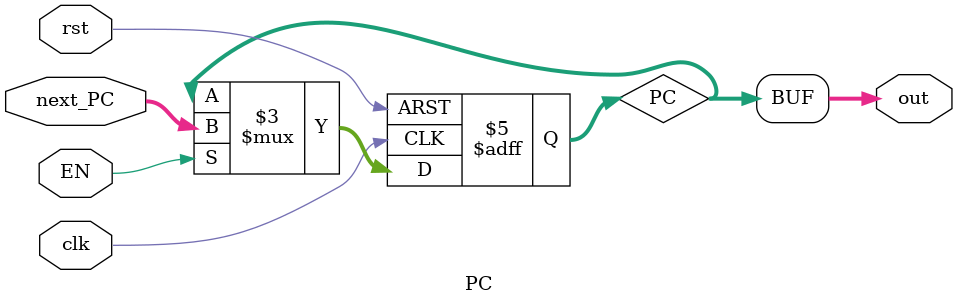
<source format=v>
`timescale 1ns / 1ps
module PC(
	next_PC,clk,rst,out,EN
   );
	input[31:2]next_PC;
	input clk,rst,EN;
	output[31:2]out;
	
	reg[31:2]PC;
	
	initial PC <= 30'hc00;
	
	always @(posedge clk or posedge rst)begin
		if(rst)begin
			PC <= 30'hc00;
		end
		else if(EN)begin
			PC <= next_PC;
		end
	end
		
	assign out = PC;
endmodule

</source>
